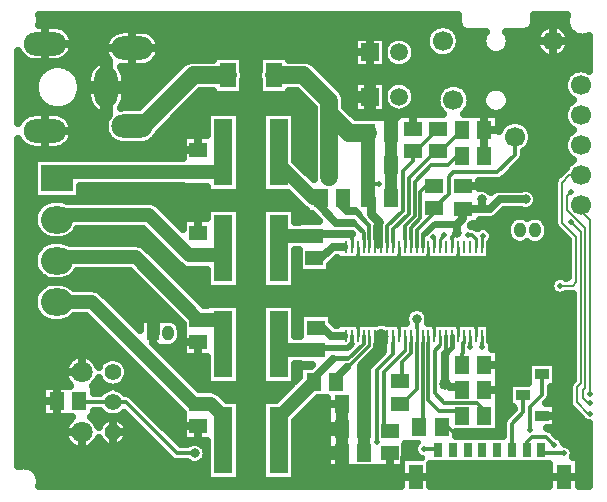
<source format=gbr>
G04 DipTrace 3.3.1.3*
G04 Bottom.gbr*
%MOIN*%
G04 #@! TF.FileFunction,Copper,L2,Bot*
G04 #@! TF.Part,Single*
G04 #@! TA.AperFunction,CopperBalancing*
%ADD13C,0.03937*%
G04 #@! TA.AperFunction,Conductor*
%ADD14C,0.012992*%
G04 #@! TA.AperFunction,CopperBalancing*
%ADD15C,0.025984*%
G04 #@! TA.AperFunction,Conductor*
%ADD16C,0.015748*%
%ADD17C,0.023622*%
G04 #@! TA.AperFunction,ViaPad*
%ADD18C,0.019685*%
G04 #@! TA.AperFunction,Conductor*
%ADD19C,0.01122*%
%ADD20C,0.007874*%
G04 #@! TA.AperFunction,CopperBalancing*
%ADD22C,0.047244*%
G04 #@! TA.AperFunction,Conductor*
%ADD23C,0.059055*%
G04 #@! TA.AperFunction,ViaPad*
%ADD24C,0.031496*%
G04 #@! TA.AperFunction,CopperBalancing*
%ADD26C,0.043307*%
%ADD27C,0.003937*%
%ADD28C,0.025*%
%ADD29C,0.017717*%
%ADD31R,0.059055X0.051181*%
%ADD32R,0.051181X0.059055*%
%ADD37R,0.055118X0.082677*%
G04 #@! TA.AperFunction,ComponentPad*
%ADD40O,0.137795X0.07874*%
%ADD41O,0.07874X0.137795*%
%ADD42O,0.141732X0.07874*%
%ADD43C,0.066929*%
%ADD44R,0.066929X0.066929*%
%ADD45R,0.05937X0.05937*%
%ADD46C,0.05937*%
%ADD47R,0.106299X0.090551*%
%ADD48O,0.106299X0.090551*%
%ADD49R,0.031496X0.047244*%
%ADD50R,0.051181X0.084646*%
G04 #@! TA.AperFunction,ComponentPad*
%ADD51R,0.03937X0.051181*%
%ADD52O,0.03937X0.051181*%
%ADD54R,0.062992X0.224409*%
%ADD63R,0.049213X0.035433*%
%ADD68R,0.01122X0.03937*%
%ADD69R,0.334646X0.137795*%
G04 #@! TA.AperFunction,ComponentPad*
%ADD74C,0.055118*%
%ADD75C,0.070866*%
G04 #@! TA.AperFunction,ViaPad*
%ADD78C,0.04*%
%FSLAX26Y26*%
G04*
G70*
G90*
G75*
G01*
G04 Bottom*
%LPD*%
X1852770Y928583D2*
D14*
Y869676D1*
D15*
X1849551Y866457D1*
Y771969D1*
X1865299Y756220D1*
X1892858D1*
X1900732Y748346D1*
X1904669D1*
X1849551Y768031D2*
D14*
Y771969D1*
X1872455Y928583D2*
D16*
Y889361D1*
X1852770Y869676D1*
X741283Y706614D2*
D14*
X784984D1*
X955850Y535748D1*
X1014906D1*
X741283Y706614D2*
X631441D1*
X629079Y708976D1*
X2117268Y1382205D2*
D15*
X2030654D1*
X1999157Y1350709D1*
X1966955D1*
X1908606D1*
Y1319213D1*
X1888921Y1299528D1*
D17*
X1814118D1*
D18*
X1782622Y1268031D1*
X1778685D1*
D14*
X1774030Y1263377D1*
Y1223858D1*
X1888921Y1271969D2*
D15*
Y1299528D1*
X1904669Y1315276D1*
Y1346772D1*
X1908606Y1350709D1*
X1971598Y1382205D2*
Y1355352D1*
D14*
X1966955Y1350709D1*
X1872455Y1223858D2*
D19*
Y1250039D1*
D14*
Y1255503D1*
X1888921Y1271969D1*
X1810181Y1256220D2*
X1813400Y1253001D1*
D19*
Y1223858D1*
X1845614Y1264094D2*
X1833085Y1251566D1*
Y1223858D1*
X1695290D2*
Y1197677D1*
D14*
Y1174261D1*
X1793715Y1223858D2*
D19*
Y1197677D1*
D14*
Y1174261D1*
X1892140Y1223858D2*
D19*
Y1197677D1*
D14*
Y1174261D1*
X1667937Y1604213D2*
D13*
Y1495630D1*
Y1386375D1*
X1668140D1*
X1695290Y1197677D2*
D14*
Y1125433D1*
X1744503Y1076220D1*
X1793715Y1197677D2*
Y1125433D1*
X1744503Y1076220D1*
X1892140Y1197677D2*
Y1154576D1*
X1813785Y1076220D1*
X1744503D1*
X1505585Y699046D2*
D13*
Y618720D1*
Y538395D1*
X1505381D1*
X1557495Y1223858D2*
D19*
Y1197677D1*
D14*
Y1186072D1*
X1585772Y1157795D1*
X1662928D1*
X1744503Y1076220D1*
X1557495Y928583D2*
D19*
Y954764D1*
D14*
Y1004970D1*
X1628745Y1076220D1*
X1744503D1*
X1813400Y928583D2*
D19*
Y954764D1*
D14*
Y1007323D1*
X1744503Y1076220D1*
X1892140Y928583D2*
D19*
Y954764D1*
D14*
Y1027156D1*
X1843076Y1076220D1*
X1744503D1*
X1951196Y928583D2*
D19*
Y954764D1*
D14*
Y1056151D1*
X1931126Y1076220D1*
X1744503D1*
X1979472Y1527874D2*
D15*
Y1614488D1*
X875732Y935945D2*
Y902283D1*
X921402Y856614D1*
X1026717D1*
Y905827D1*
X1837740Y622362D2*
D14*
X1860378D1*
X1883016Y599724D1*
X2027701D1*
X2046402Y618425D1*
Y842835D1*
X2070024Y866457D1*
X1695290Y928583D2*
D19*
Y954764D1*
D14*
Y1027008D1*
X1744503Y1076220D1*
X1593134Y1495630D2*
D22*
Y1604213D1*
Y1495630D2*
Y1386375D1*
X1593337D1*
X1463724Y1457008D2*
D23*
Y1669606D1*
Y1708976D1*
X1377110Y1795591D1*
X1278685D1*
X1616550Y1223858D2*
D19*
Y1250039D1*
D14*
Y1294873D1*
X1629079Y1307402D1*
D24*
X1601520Y1334961D1*
Y1386375D1*
X1593337D1*
X1636235Y1223858D2*
D19*
Y1250039D1*
D14*
Y1300245D1*
X1629079Y1307402D1*
X1625142Y1224724D2*
X1629079Y1307402D1*
X1593134Y1604213D2*
D23*
X1529118D1*
X1463724Y1669606D1*
X1580184Y538395D2*
D13*
Y618720D1*
X1580388D1*
Y699046D2*
D22*
Y618720D1*
X1655920Y928583D2*
D19*
X1636235D1*
X1616550D1*
X1636235D2*
D22*
X1633016Y878268D1*
X1580388Y825640D1*
Y699046D1*
D14*
D3*
X1629079Y1433386D2*
X1605457D1*
Y1398495D1*
X1593337Y1386375D1*
X1754345Y1223858D2*
Y1279125D1*
X1812596Y1337375D1*
Y1352808D1*
X1861362Y1401575D1*
Y1457008D1*
X1877110Y1472756D1*
X2022780D1*
X2081835Y1531811D1*
Y1590866D1*
X1714975Y1223858D2*
D19*
Y1250039D1*
D14*
Y1294873D1*
X1747189Y1327087D1*
Y1441260D1*
X1802307Y1496378D1*
X1857425D1*
X1904669Y1543622D1*
Y1527874D1*
X1734660Y1223858D2*
D19*
Y1250039D1*
D14*
Y1286999D1*
X1766874Y1319213D1*
Y1405827D1*
X1786559Y1425512D1*
X1812596D1*
Y1427612D1*
X1754345Y928583D2*
D19*
Y902402D1*
D14*
Y751566D1*
X1703882Y701102D1*
X1699945D1*
X1754345Y928583D2*
D19*
Y954764D1*
D14*
Y983849D1*
X1755063Y984567D1*
X1714975Y928583D2*
D19*
Y877550D1*
D14*
X1644827Y807402D1*
Y610551D1*
X1664512D1*
X1833085Y928583D2*
D19*
Y897235D1*
D14*
X1814118Y878268D1*
Y736535D1*
X1845614Y705039D1*
X1955850D1*
X1975535Y685354D1*
X1979983Y660366D1*
X1793715Y928583D2*
D19*
Y902402D1*
D14*
Y713631D1*
X1829866Y677480D1*
X1905180D1*
Y660366D1*
X1904975Y831243D2*
Y866151D1*
X1908606Y869782D1*
Y902402D1*
D19*
X1911825D1*
Y928583D1*
X1774030D2*
Y902402D1*
D14*
Y646702D1*
X1762937Y635609D1*
Y622362D1*
X1411864Y773811D2*
D22*
X1294433Y656381D1*
Y579055D1*
X1577180Y928583D2*
D14*
Y901172D1*
X1524827Y848819D1*
X1474370D1*
D15*
X1411864Y786312D1*
D14*
Y773811D1*
X1522780Y823150D2*
D15*
X1486667Y787037D1*
D14*
Y773811D1*
X1596865Y928583D2*
D19*
Y893298D1*
D14*
X1486667Y783100D1*
Y773811D1*
X1518125Y928583D2*
D19*
X1511874D1*
D15*
X1469614D1*
X1443117Y955080D1*
D14*
X1419738D1*
X1577180Y1223858D2*
D19*
Y1250039D1*
D14*
Y1271064D1*
X1543127Y1305117D1*
D15*
X1486871D1*
X1430615Y1361373D1*
D14*
Y1383129D1*
X1433862Y1386375D1*
D22*
X1408373D1*
X1294433Y1500315D1*
Y1539395D1*
X1508665Y1386375D2*
D14*
X1499157D1*
Y1366457D1*
D15*
X1522993Y1342621D1*
X1549378D1*
D14*
X1596865Y1295134D1*
Y1250039D1*
D19*
Y1223858D1*
X1537810D2*
Y1250039D1*
D14*
Y1267613D1*
D15*
X1419738D1*
D14*
X1413487Y1261362D1*
D22*
X1294433D1*
Y1219282D1*
X1413487Y1186559D2*
D15*
X1437071D1*
X1474370Y1223858D1*
X1510969D1*
D19*
X1518125D1*
X1109394Y579055D2*
D22*
Y659764D1*
X1068055Y701102D1*
X1026717D1*
X1010969D1*
X672386Y1039685D1*
X554276D1*
X1109394Y899168D2*
Y980630D1*
X1026717D1*
X818055Y1189291D1*
X581835D1*
X570024Y1177480D1*
X554276D1*
X1109394Y1539395D2*
Y1472756D1*
X1026717D1*
X589709D1*
D14*
Y1484567D1*
X554276D1*
Y1453071D1*
X1109394Y1219282D2*
D22*
Y1197165D1*
X1026717D1*
X995220D1*
X861362Y1331024D1*
X554276D1*
Y1315276D1*
X1675605Y1223858D2*
D19*
Y1240472D1*
D14*
Y1283062D1*
X1727504Y1334961D1*
Y1453071D1*
X1818055Y1543622D1*
X1825929D1*
X1833803D1*
X1904669Y1614488D1*
X1825929Y1618425D2*
X1751126Y1543622D1*
X1743252D1*
X1655920Y1223858D2*
D19*
Y1240472D1*
D14*
Y1292896D1*
X1707819Y1344795D1*
Y1476693D1*
X1743252Y1512126D1*
Y1543622D1*
X1924354Y1264094D2*
X1937140D1*
X1951196Y1250039D1*
D19*
Y1223858D1*
X1971598Y890079D2*
D14*
Y901684D1*
X1970881Y902402D1*
D19*
Y928583D1*
Y1223858D2*
Y1260157D1*
X1975535D1*
X1125147Y1795591D2*
D23*
X1010969D1*
X841677Y1626299D1*
X806244D1*
X1734660Y928583D2*
D19*
Y902402D1*
D14*
Y869676D1*
X1703882Y838898D1*
Y779843D1*
X1699945Y775906D1*
X2232425Y1094803D2*
D20*
X2274748D1*
X2286559Y1106614D1*
Y1257205D1*
X2239315Y1304449D1*
Y1438307D1*
X2263528Y1462520D1*
X2302307D1*
X2212740Y563307D2*
D14*
X2185181Y590866D1*
X2137937D1*
X2121205Y574134D1*
Y547559D1*
X2331835Y668622D2*
D20*
X2325929D1*
X2288528Y706024D1*
Y756220D1*
X2301323Y769016D1*
Y1272953D1*
X2267858Y1306417D1*
X2132031Y615472D2*
D14*
Y691260D1*
X2172386Y731614D1*
Y799528D1*
X2331835Y734567D2*
D20*
Y1313307D1*
X2302307Y1342835D1*
Y1362520D1*
X1932228Y890079D2*
D14*
Y901684D1*
X1931510Y902402D1*
D19*
Y928583D1*
X1537810D2*
D14*
Y899757D1*
D18*
X1524375Y886323D1*
X1419738D1*
Y880277D1*
D22*
X1313324D1*
X1294433Y899168D1*
X1778685Y551496D2*
D14*
X1821992D1*
X1825929Y547559D1*
X1877110Y535748D2*
Y545591D1*
X1875142Y547559D1*
X1924354Y535748D2*
Y547559D1*
X1975535Y535748D2*
Y545591D1*
X1973567Y547559D1*
X2022780Y535748D2*
Y547559D1*
X1621205Y575118D2*
Y813307D1*
X1676323Y868425D1*
Y901684D1*
X1675605Y902402D1*
D19*
Y928583D1*
X2109394Y730631D2*
D14*
Y672559D1*
X2071992Y635157D1*
Y547559D1*
X2245220Y535748D2*
Y536732D1*
X2181244D1*
X2170417Y547559D1*
X2331835Y703071D2*
D20*
X2326913D1*
X2309197Y720787D1*
Y747362D1*
X2317071Y755236D1*
Y1285748D1*
X2256047Y1346772D1*
Y1393031D1*
X2268843Y1405827D1*
D13*
X1463724Y1457008D3*
D78*
X1849551Y768031D3*
X2321992Y594803D3*
D18*
X1975535Y1260157D3*
X1971598Y890079D3*
X1924354Y1264094D3*
X1932228Y890079D3*
X1845614Y1264094D3*
X1810181Y1256220D3*
X2331835Y734567D3*
Y703071D3*
Y668622D3*
X2267858Y1306417D3*
X2268843Y1405827D3*
D13*
X1633016Y878268D3*
D24*
X1755063Y984567D3*
D78*
X1814118Y1043622D3*
D24*
X2117268Y1382205D3*
D18*
X1629079Y1433386D3*
D24*
X1971598Y1382205D3*
D78*
X2290496Y565276D3*
D24*
X1888921Y1271969D3*
D78*
X1207819Y697165D3*
X2188134Y1075118D3*
X1680260D3*
D24*
X1014906Y535748D3*
D78*
X1566087Y1075118D3*
X1947976D3*
X2188134Y866457D3*
X877110Y468819D3*
D24*
X1199945Y1468819D3*
D78*
X660575Y1111535D3*
D24*
X1231441Y1421575D3*
D78*
X1207819Y468819D3*
Y778530D3*
X660575Y1396969D3*
Y1539685D3*
Y968819D3*
D18*
X2132031Y615472D3*
X1081835Y1722756D3*
D78*
X660575Y1254252D3*
X1270811Y1966850D3*
D18*
X1109394Y1722756D3*
D24*
X1172386Y1421575D3*
X1207819Y980630D3*
D18*
X1778685Y551496D3*
X1877110Y535748D3*
X1924354D3*
X1975535D3*
D78*
X1434197Y689291D3*
D18*
X2022780Y535748D3*
D78*
X1434197Y590866D3*
D18*
X1066087Y1870394D3*
D78*
X1727504Y1966850D3*
D18*
X1109394Y1870394D3*
D78*
X2070024Y1075118D3*
Y866457D3*
D18*
X1621205Y575118D3*
X1081835Y1677480D3*
X1109394D3*
X1095614Y1699134D3*
X1066087Y1911732D3*
X1109394D3*
X1087740Y1892047D3*
X2245220Y535748D3*
X2212740Y563307D3*
X2232425Y1094803D3*
X1476736Y855546D2*
D27*
X1528260D1*
X1476736Y851740D2*
X1528260D1*
X1528650Y859352D2*
X1476346D1*
X1476339Y850793D1*
X1528650Y850787D1*
X1528657Y859346D1*
X500487Y1970820D2*
D28*
X1889803D1*
X2147858D2*
X2249219D1*
X593499Y1945951D2*
X755396D1*
X857068D2*
X1795392D1*
X1887949D2*
X1904731D1*
X2132966D2*
X2161554D1*
X608606Y1921083D2*
X722168D1*
X890333D2*
X1542085D1*
X1653087D2*
X1672596D1*
X1719401D2*
X1783514D1*
X1899827D2*
X1971655D1*
X2066042D2*
X2149676D1*
X2265953D2*
X2327841D1*
X611333Y1896214D2*
X712335D1*
X900165D2*
X1542085D1*
X1745848D2*
X1784016D1*
X1899324D2*
X1972301D1*
X2065396D2*
X2150179D1*
X2265487D2*
X2327841D1*
X603654Y1871345D2*
X713304D1*
X899196D2*
X1542085D1*
X1751517D2*
X1797365D1*
X1886011D2*
X1990853D1*
X2046808D2*
X2163492D1*
X2252138D2*
X2327841D1*
X428719Y1846476D2*
X451565D1*
X578248D2*
X701534D1*
X886816D2*
X994170D1*
X1178519D2*
X1225300D1*
X1393896D2*
X1542085D1*
X1744771D2*
X2327841D1*
X428719Y1821608D2*
X513932D1*
X602470D2*
X665686D1*
X773566D2*
X959721D1*
X1178519D2*
X1225300D1*
X1428345D2*
X1542085D1*
X1653087D2*
X1678194D1*
X1713803D2*
X2327841D1*
X428719Y1796739D2*
X489530D1*
X626871D2*
X655387D1*
X783865D2*
X934853D1*
X1180492D2*
X1223326D1*
X1453212D2*
X2254494D1*
X428719Y1771870D2*
X479698D1*
X636703D2*
X654418D1*
X784833D2*
X909985D1*
X1178519D2*
X1225300D1*
X1478080D2*
X1542085D1*
X1653087D2*
X1669259D1*
X1722738D2*
X2243801D1*
X428719Y1747001D2*
X478657D1*
X637744D2*
X654418D1*
X784833D2*
X885118D1*
X1178519D2*
X1225300D1*
X1502948D2*
X1542085D1*
X1746601D2*
X1829195D1*
X1925018D2*
X1985327D1*
X2052371D2*
X2245164D1*
X428719Y1722133D2*
X486014D1*
X630424D2*
X654598D1*
X784654D2*
X860250D1*
X1014743D2*
X1373322D1*
X1517409D2*
X1542085D1*
X1751446D2*
X1818573D1*
X1935639D2*
X1971188D1*
X2066509D2*
X2259877D1*
X428719Y1697264D2*
X505283D1*
X611154D2*
X661774D1*
X777477D2*
X835382D1*
X989876D2*
X1398190D1*
X1519096D2*
X1542085D1*
X1743838D2*
X1820008D1*
X1934204D2*
X1972983D1*
X2064715D2*
X2254889D1*
X428719Y1672395D2*
X470619D1*
X559194D2*
X685781D1*
X965008D2*
X1052087D1*
X1166713D2*
X1237106D1*
X1351768D2*
X1408381D1*
X1653087D2*
X1685012D1*
X1706985D2*
X1834828D1*
X1919420D2*
X1994370D1*
X2043328D2*
X2243872D1*
X599527Y1647526D2*
X715206D1*
X940140D2*
X1052087D1*
X1166713D2*
X1237106D1*
X1351768D2*
X1408381D1*
X2030876D2*
X2075468D1*
X2088197D2*
X2245021D1*
X610436Y1622657D2*
X711618D1*
X915272D2*
X1052087D1*
X1166713D2*
X1237106D1*
X1351768D2*
X1408381D1*
X2131387D2*
X2259374D1*
X610293Y1597789D2*
X718364D1*
X894101D2*
X1052087D1*
X1166713D2*
X1237106D1*
X1351768D2*
X1408381D1*
X2140717D2*
X2255283D1*
X599061Y1572920D2*
X741330D1*
X871171D2*
X971347D1*
X1166713D2*
X1237106D1*
X1351768D2*
X1408381D1*
X2138205D2*
X2243980D1*
X428719Y1548051D2*
X475930D1*
X553883D2*
X971347D1*
X1166713D2*
X1237106D1*
X1351768D2*
X1408381D1*
X2121663D2*
X2244877D1*
X428719Y1523182D2*
X971347D1*
X1166713D2*
X1237106D1*
X1351768D2*
X1408381D1*
X2112871D2*
X2258836D1*
X428719Y1498314D2*
X475284D1*
X1166713D2*
X1237106D1*
X1365332D2*
X1408381D1*
X2093027D2*
X2255714D1*
X428719Y1473445D2*
X475284D1*
X1166713D2*
X1237106D1*
X1390200D2*
X1408381D1*
X2068160D2*
X2233394D1*
X428719Y1448576D2*
X475284D1*
X1166713D2*
X1237106D1*
X2042754D2*
X2211577D1*
X428719Y1423707D2*
X475284D1*
X633259D2*
X1052087D1*
X1166713D2*
X1237106D1*
X1963952D2*
X2209567D1*
X428719Y1398839D2*
X475284D1*
X633259D2*
X1327031D1*
X2155143D2*
X2209567D1*
X428719Y1373970D2*
X508370D1*
X882833D2*
X1351899D1*
X2157978D2*
X2209567D1*
X428719Y1349101D2*
X484219D1*
X912186D2*
X1052087D1*
X1166713D2*
X1237106D1*
X1351768D2*
X1377341D1*
X2140538D2*
X2209567D1*
X428719Y1324232D2*
X475894D1*
X937054D2*
X1052087D1*
X1166713D2*
X1237106D1*
X1351768D2*
X1413907D1*
X2026534D2*
X2077047D1*
X2170465D2*
X2209567D1*
X428719Y1299364D2*
X477186D1*
X1166713D2*
X1237106D1*
X1941524D2*
X2055480D1*
X2192068D2*
X2210034D1*
X428719Y1274495D2*
X488741D1*
X619802D2*
X848982D1*
X1166713D2*
X1237106D1*
X2007946D2*
X2053256D1*
X2194292D2*
X2228227D1*
X428719Y1249626D2*
X523979D1*
X584564D2*
X873850D1*
X1166713D2*
X1237106D1*
X2009489D2*
X2060791D1*
X2186757D2*
X2253095D1*
X428719Y1224757D2*
X494195D1*
X851327D2*
X898718D1*
X1166713D2*
X1237106D1*
X2002312D2*
X2256791D1*
X428719Y1199888D2*
X479052D1*
X876338D2*
X923585D1*
X1166713D2*
X1237106D1*
X2002312D2*
X2256791D1*
X428719Y1175020D2*
X475356D1*
X901206D2*
X948453D1*
X1166713D2*
X1237106D1*
X1479408D2*
X2256791D1*
X428719Y1150151D2*
X480990D1*
X926074D2*
X971347D1*
X1166713D2*
X1237106D1*
X1468858D2*
X2256791D1*
X428719Y1125282D2*
X499398D1*
X609180D2*
X813170D1*
X950977D2*
X1052087D1*
X1166713D2*
X1237106D1*
X1351768D2*
X2216852D1*
X428719Y1100413D2*
X511994D1*
X596549D2*
X838038D1*
X975845D2*
X1052087D1*
X1166713D2*
X1237106D1*
X1351768D2*
X2197223D1*
X428719Y1075545D2*
X485404D1*
X705206D2*
X862905D1*
X1000713D2*
X2202928D1*
X428719Y1050676D2*
X476181D1*
X730289D2*
X887773D1*
X1025580D2*
X2271575D1*
X428719Y1025807D2*
X476720D1*
X755157D2*
X912641D1*
X1166713D2*
X1237106D1*
X1351768D2*
X2271575D1*
X428719Y1000938D2*
X487306D1*
X780025D2*
X937509D1*
X1166713D2*
X1237106D1*
X1351768D2*
X1364387D1*
X1475102D2*
X1717092D1*
X1793035D2*
X2271575D1*
X428719Y976070D2*
X518238D1*
X590341D2*
X667121D1*
X804893D2*
X830215D1*
X1166713D2*
X1237106D1*
X1351768D2*
X1364387D1*
X1475999D2*
X1714437D1*
X1795691D2*
X2271575D1*
X428719Y951201D2*
X691989D1*
X1166713D2*
X1237106D1*
X1351768D2*
X1364387D1*
X2002312D2*
X2271575D1*
X428719Y926332D2*
X716857D1*
X1166713D2*
X1237106D1*
X2002312D2*
X2271575D1*
X428719Y901463D2*
X741724D1*
X1166713D2*
X1237106D1*
X2005255D2*
X2271575D1*
X428719Y876594D2*
X766592D1*
X904364D2*
X971347D1*
X1166713D2*
X1237106D1*
X2031199D2*
X2271575D1*
X428719Y851726D2*
X597972D1*
X678293D2*
X715242D1*
X767322D2*
X791460D1*
X929231D2*
X1052087D1*
X1166713D2*
X1237106D1*
X2031199D2*
X2271575D1*
X428719Y826857D2*
X580461D1*
X790467D2*
X816328D1*
X954099D2*
X1052087D1*
X1166713D2*
X1237106D1*
X1351768D2*
X1398549D1*
X2031199D2*
X2121938D1*
X2222820D2*
X2271575D1*
X428719Y801988D2*
X577052D1*
X794450D2*
X841195D1*
X978967D2*
X1052087D1*
X1166713D2*
X1237106D1*
X2031199D2*
X2121938D1*
X2222820D2*
X2271575D1*
X428719Y777119D2*
X584803D1*
X785264D2*
X866063D1*
X1003835D2*
X1052087D1*
X1166713D2*
X1237106D1*
X2030876D2*
X2121938D1*
X2222820D2*
X2268381D1*
X428719Y752251D2*
X502843D1*
X680482D2*
X716283D1*
X766281D2*
X890931D1*
X1028702D2*
X1321398D1*
X2030876D2*
X2058961D1*
X2204699D2*
X2258764D1*
X428719Y727382D2*
X502843D1*
X808876D2*
X915799D1*
X1110662D2*
X1296530D1*
X2030876D2*
X2058961D1*
X2204412D2*
X2258764D1*
X428719Y702513D2*
X502843D1*
X833744D2*
X940666D1*
X1166713D2*
X1237106D1*
X1409469D2*
X1454169D1*
X2031414D2*
X2058961D1*
X2222820D2*
X2258980D1*
X428719Y677644D2*
X502843D1*
X858647D2*
X965534D1*
X1166713D2*
X1237106D1*
X1384602D2*
X1454169D1*
X2031414D2*
X2069798D1*
X2222820D2*
X2275845D1*
X428719Y652776D2*
X599264D1*
X677001D2*
X717359D1*
X765205D2*
X794151D1*
X883515D2*
X971347D1*
X1166713D2*
X1237106D1*
X1359734D2*
X1454169D1*
X2031414D2*
X2045433D1*
X2222820D2*
X2300210D1*
X428719Y627907D2*
X580856D1*
X790001D2*
X819019D1*
X908383D2*
X971347D1*
X1166713D2*
X1237106D1*
X1351768D2*
X1454169D1*
X2222820D2*
X2327841D1*
X428719Y603038D2*
X576980D1*
X794558D2*
X843887D1*
X933250D2*
X971347D1*
X1166713D2*
X1237106D1*
X1351768D2*
X1454169D1*
X1889169D2*
X2039655D1*
X2217689D2*
X2327841D1*
X428719Y578169D2*
X584229D1*
X785982D2*
X868754D1*
X958118D2*
X971347D1*
X1166713D2*
X1237106D1*
X1351768D2*
X1453954D1*
X2244889D2*
X2327841D1*
X428719Y553301D2*
X610927D1*
X665339D2*
X893622D1*
X1166713D2*
X1237106D1*
X1351768D2*
X1453954D1*
X2275857D2*
X2327841D1*
X428719Y528432D2*
X918490D1*
X1166713D2*
X1237106D1*
X1351768D2*
X1453954D1*
X2280056D2*
X2327841D1*
X428719Y503563D2*
X990258D1*
X1039575D2*
X1052087D1*
X1166713D2*
X1237106D1*
X1351768D2*
X1453954D1*
X2296634D2*
X2327841D1*
X486600Y478694D2*
X1052087D1*
X1166713D2*
X1237106D1*
X1351768D2*
X1699725D1*
X1802545D2*
X2193814D1*
X2296634D2*
X2327841D1*
X499913Y453825D2*
X1052087D1*
X1166713D2*
X1237106D1*
X1351768D2*
X1699725D1*
X1802545D2*
X2193814D1*
X2296634D2*
X2327841D1*
X499949Y428957D2*
X1699725D1*
X1802545D2*
X2193814D1*
X2296634D2*
X2327841D1*
X1692235Y1667342D2*
X1843228D1*
X1836953Y1672756D1*
X1831165Y1679532D1*
X1826509Y1687131D1*
X1823098Y1695364D1*
X1821018Y1704029D1*
X1820319Y1712913D1*
X1821018Y1721798D1*
X1823098Y1730463D1*
X1826509Y1738696D1*
X1831165Y1746294D1*
X1836953Y1753071D1*
X1843729Y1758859D1*
X1851328Y1763515D1*
X1859561Y1766925D1*
X1868226Y1769006D1*
X1877110Y1769705D1*
X1885994Y1769006D1*
X1894660Y1766925D1*
X1902893Y1763515D1*
X1910491Y1758859D1*
X1917268Y1753071D1*
X1923055Y1746294D1*
X1927712Y1738696D1*
X1931122Y1730463D1*
X1933202Y1721798D1*
X1933902Y1712913D1*
X1933202Y1704029D1*
X1931122Y1695364D1*
X1927712Y1687131D1*
X1923055Y1679532D1*
X1917268Y1672756D1*
X1910970Y1667346D1*
X2011632Y1667385D1*
X2004598Y1669074D1*
X1997915Y1671842D1*
X1991748Y1675621D1*
X1986248Y1680319D1*
X1981550Y1685819D1*
X1977771Y1691986D1*
X1975003Y1698669D1*
X1973314Y1705702D1*
X1972747Y1712913D1*
X1973314Y1720124D1*
X1975003Y1727158D1*
X1977771Y1733840D1*
X1981550Y1740008D1*
X1986248Y1745508D1*
X1991748Y1750206D1*
X1997915Y1753985D1*
X2004598Y1756753D1*
X2011632Y1758442D1*
X2018843Y1759009D1*
X2026053Y1758442D1*
X2033087Y1756753D1*
X2039770Y1753985D1*
X2045937Y1750206D1*
X2051437Y1745508D1*
X2056135Y1740008D1*
X2059914Y1733840D1*
X2062682Y1727158D1*
X2064371Y1720124D1*
X2064938Y1712913D1*
X2064371Y1705702D1*
X2062682Y1698669D1*
X2059914Y1691986D1*
X2056135Y1685819D1*
X2051437Y1680319D1*
X2045937Y1675621D1*
X2039770Y1671842D1*
X2033087Y1669074D1*
X2025702Y1667344D1*
X2028390Y1667342D1*
Y1610078D1*
X2031233Y1616649D1*
X2035889Y1624247D1*
X2041677Y1631024D1*
X2048454Y1636811D1*
X2056052Y1641468D1*
X2064285Y1644878D1*
X2072951Y1646958D1*
X2081835Y1647657D1*
X2090719Y1646958D1*
X2099384Y1644878D1*
X2107617Y1641468D1*
X2115216Y1636811D1*
X2121992Y1631024D1*
X2127780Y1624247D1*
X2132436Y1616649D1*
X2135846Y1608416D1*
X2137927Y1599750D1*
X2138626Y1590866D1*
X2137927Y1581982D1*
X2135846Y1573317D1*
X2132436Y1565083D1*
X2127780Y1557485D1*
X2121992Y1550709D1*
X2115216Y1544921D1*
X2111667Y1542550D1*
X2111566Y1529471D1*
X2110834Y1524849D1*
X2109387Y1520398D1*
X2107263Y1516229D1*
X2104512Y1512443D1*
X2050957Y1458757D1*
X2042148Y1450078D1*
X2038362Y1447328D1*
X2034192Y1445203D1*
X2029742Y1443757D1*
X2025119Y1443025D1*
X1961453Y1442933D1*
X1961461Y1419935D1*
X1968533Y1421159D1*
X1974664D1*
X1980720Y1420200D1*
X1986552Y1418305D1*
X1992015Y1415521D1*
X1996975Y1411917D1*
X2001311Y1407582D1*
X2002788Y1405709D1*
X2007066Y1409822D1*
X2011677Y1413172D1*
X2016755Y1415759D1*
X2022175Y1417520D1*
X2027804Y1418412D1*
X2076585Y1418524D1*
X2102888D1*
X2108146Y1420200D1*
X2114202Y1421159D1*
X2120333D1*
X2126390Y1420200D1*
X2132221Y1418305D1*
X2137684Y1415521D1*
X2142645Y1411917D1*
X2146980Y1407582D1*
X2150584Y1402621D1*
X2153368Y1397158D1*
X2155263Y1391327D1*
X2156222Y1385270D1*
Y1379139D1*
X2155263Y1373083D1*
X2153368Y1367251D1*
X2150584Y1361788D1*
X2146980Y1356828D1*
X2142645Y1352492D1*
X2137684Y1348888D1*
X2132221Y1346104D1*
X2126390Y1344210D1*
X2120333Y1343250D1*
X2114202D1*
X2108146Y1344210D1*
X2102910Y1345884D1*
X2045679Y1345886D1*
X2022745Y1323091D1*
X2018134Y1319742D1*
X2013056Y1317154D1*
X2007636Y1315393D1*
X2002007Y1314502D1*
X1966944Y1314390D1*
X1961461Y1307762D1*
Y1301791D1*
X1940469D1*
X1937989Y1297865D1*
X1936216Y1295617D1*
X1937048Y1294739D1*
X1939480Y1293826D1*
X1944102Y1293093D1*
X1948553Y1291647D1*
X1952723Y1289523D1*
X1954677Y1288216D1*
X1958205Y1288439D1*
X1962842Y1290802D1*
X1967792Y1292410D1*
X1972933Y1293225D1*
X1978138D1*
X1983279Y1292410D1*
X1988229Y1290802D1*
X1992866Y1288439D1*
X1997077Y1285380D1*
X2000758Y1281699D1*
X2003817Y1277488D1*
X2006180Y1272851D1*
X2007788Y1267901D1*
X2008602Y1262760D1*
Y1257555D1*
X2007788Y1252414D1*
X2006180Y1247464D1*
X2003817Y1242827D1*
X2000758Y1238616D1*
X1999811Y1237592D1*
X1999818Y1180846D1*
X1882889D1*
X1804148Y1180882D1*
X1686038Y1180846D1*
X1607298Y1180882D1*
X1548243D1*
X1489188Y1180846D1*
Y1187341D1*
X1466349Y1164474D1*
X1466341Y1137642D1*
X1360633D1*
Y1214418D1*
X1349290Y1214413D1*
X1349256Y1083751D1*
X1239610D1*
Y1354814D1*
X1349256D1*
Y1308344D1*
X1360639Y1308311D1*
X1360633Y1310279D1*
X1430356D1*
X1407096Y1333529D1*
X1384945Y1333521D1*
Y1345686D1*
X1380777Y1348393D1*
X1375175Y1353177D1*
X1324503Y1403849D1*
X1239610Y1403864D1*
Y1674927D1*
X1349256D1*
Y1511905D1*
X1411390Y1449753D1*
X1410870Y1457008D1*
Y1687082D1*
X1355228Y1742726D1*
X1329564Y1742736D1*
X1329571Y1730925D1*
X1227799D1*
Y1781271D1*
X1226481Y1787322D1*
X1225831Y1795591D1*
X1226481Y1803859D1*
X1227797Y1809723D1*
X1227799Y1860256D1*
X1329571D1*
Y1848450D1*
X1381257Y1848282D1*
X1389449Y1846985D1*
X1397337Y1844422D1*
X1404727Y1840656D1*
X1411436Y1835781D1*
X1433971Y1813477D1*
X1503915Y1743303D1*
X1508790Y1736593D1*
X1512555Y1729203D1*
X1515118Y1721315D1*
X1516416Y1713123D1*
X1516579Y1691501D1*
X1551009Y1657069D1*
X1690393Y1657067D1*
X1690398Y1667342D1*
X1692235D1*
X1456670Y646192D2*
X1456668Y720953D1*
X1425435Y720956D1*
X1349275Y644827D1*
X1349256Y443523D1*
X1239611D1*
Y714586D1*
X1286224D1*
X1335302Y763645D1*
X1239611Y763636D1*
Y1034699D1*
X1349256D1*
Y927226D1*
X1366899D1*
X1366883Y1003997D1*
X1472592D1*
Y976976D1*
X1484657Y964903D1*
X1489171Y964902D1*
X1489188Y971594D1*
X1617635Y971690D1*
X1624607Y974069D1*
X1631866Y975328D1*
X1639233Y975436D1*
X1646525Y974390D1*
X1653564Y972216D1*
X1654973Y971592D1*
X1718175Y971594D1*
X1716469Y978454D1*
X1715988Y984567D1*
X1716469Y990680D1*
X1717901Y996642D1*
X1720247Y1002307D1*
X1723451Y1007535D1*
X1727433Y1012197D1*
X1732095Y1016179D1*
X1737323Y1019383D1*
X1742988Y1021729D1*
X1748950Y1023161D1*
X1755063Y1023642D1*
X1761176Y1023161D1*
X1767138Y1021729D1*
X1772803Y1019383D1*
X1778031Y1016179D1*
X1782693Y1012197D1*
X1786675Y1007535D1*
X1789879Y1002307D1*
X1792225Y996642D1*
X1793657Y990680D1*
X1794138Y984567D1*
X1793657Y978454D1*
X1791898Y971604D1*
X1999818Y971594D1*
X1999962Y910899D1*
X2001055Y906340D1*
X2003851Y897822D1*
X2004665Y892681D1*
Y887476D1*
X2004352Y884097D1*
X2028696D1*
Y778388D1*
X2028387D1*
X2028390Y713220D1*
X2028901D1*
Y607512D1*
X1886671Y607511D1*
X1886657Y594513D1*
X2042160Y594508D1*
X2042261Y637497D1*
X2042993Y642120D1*
X2044439Y646570D1*
X2046564Y650740D1*
X2049315Y654526D1*
X2079551Y684893D1*
X2074650Y689588D1*
X2061461D1*
Y771674D1*
X2124438D1*
X2124453Y840571D1*
X2220319D1*
Y758484D1*
X2202198D1*
X2202117Y729274D1*
X2201385Y724652D1*
X2199939Y720201D1*
X2197814Y716032D1*
X2195063Y712246D1*
X2185735Y702787D1*
X2220319Y702775D1*
Y620689D1*
X2187521Y620597D1*
X2192143Y619865D1*
X2196594Y618419D1*
X2200763Y616294D1*
X2204549Y613544D1*
X2223549Y594674D1*
X2227799Y592861D1*
X2232237Y590142D1*
X2236194Y586761D1*
X2239575Y582804D1*
X2242294Y578366D1*
X2244286Y573557D1*
X2245416Y568925D1*
X2250409Y568509D1*
X2255470Y567294D1*
X2260279Y565302D1*
X2264717Y562583D1*
X2268675Y559202D1*
X2272055Y555244D1*
X2274775Y550807D1*
X2276766Y545998D1*
X2277981Y540937D1*
X2278390Y535748D1*
X2277981Y530559D1*
X2276766Y525498D1*
X2275775Y522861D1*
X2294138Y522854D1*
Y426204D1*
X2330311Y426201D1*
X2330335Y635501D1*
X2324091Y636369D1*
X2319141Y637978D1*
X2314504Y640341D1*
X2310293Y643400D1*
X2306613Y647080D1*
X2303553Y651291D1*
X2302149Y653850D1*
X2267796Y688317D1*
X2265281Y691778D1*
X2263339Y695590D1*
X2262017Y699659D1*
X2261348Y703885D1*
X2261264Y756220D1*
X2261599Y760485D1*
X2262598Y764645D1*
X2264235Y768598D1*
X2266471Y772246D1*
X2269249Y775499D1*
X2274057Y780307D1*
X2274059Y1067536D1*
X2251316Y1067539D1*
X2247484Y1065249D1*
X2242675Y1063257D1*
X2237614Y1062042D1*
X2232425Y1061634D1*
X2227236Y1062042D1*
X2222175Y1063257D1*
X2217367Y1065249D1*
X2212929Y1067969D1*
X2208971Y1071349D1*
X2205591Y1075307D1*
X2202871Y1079745D1*
X2200879Y1084553D1*
X2199664Y1089614D1*
X2199256Y1094803D1*
X2199664Y1099992D1*
X2200879Y1105053D1*
X2202871Y1109862D1*
X2205591Y1114300D1*
X2208971Y1118257D1*
X2212929Y1121638D1*
X2217367Y1124357D1*
X2222175Y1126349D1*
X2227236Y1127564D1*
X2232425Y1127972D1*
X2237614Y1127564D1*
X2242675Y1126349D1*
X2247484Y1124357D1*
X2251287Y1122062D1*
X2259295Y1124987D1*
Y1245881D1*
X2218583Y1286742D1*
X2216069Y1290203D1*
X2214126Y1294015D1*
X2212804Y1298084D1*
X2212135Y1302310D1*
X2212051Y1405499D1*
X2212135Y1440446D1*
X2212804Y1444672D1*
X2214126Y1448741D1*
X2216069Y1452552D1*
X2218583Y1456014D1*
X2244249Y1481798D1*
X2247502Y1484577D1*
X2249289Y1485770D1*
X2251706Y1488302D1*
X2256362Y1495901D1*
X2262150Y1502677D1*
X2268926Y1508465D1*
X2275415Y1512500D1*
X2268926Y1516575D1*
X2262150Y1522362D1*
X2256362Y1529139D1*
X2251706Y1536737D1*
X2248295Y1544970D1*
X2246215Y1553636D1*
X2245516Y1562520D1*
X2246215Y1571404D1*
X2248295Y1580069D1*
X2251706Y1588302D1*
X2256362Y1595901D1*
X2262150Y1602677D1*
X2268926Y1608465D1*
X2275415Y1612500D1*
X2268926Y1616575D1*
X2262150Y1622362D1*
X2256362Y1629139D1*
X2251706Y1636737D1*
X2248295Y1644970D1*
X2246215Y1653636D1*
X2245516Y1662520D1*
X2246215Y1671404D1*
X2248295Y1680069D1*
X2251706Y1688302D1*
X2256362Y1695901D1*
X2262150Y1702677D1*
X2268926Y1708465D1*
X2275415Y1712500D1*
X2268926Y1716575D1*
X2262150Y1722362D1*
X2256362Y1729139D1*
X2251706Y1736737D1*
X2248295Y1744970D1*
X2246215Y1753636D1*
X2245516Y1762520D1*
X2246215Y1771404D1*
X2248295Y1780069D1*
X2251706Y1788302D1*
X2256362Y1795901D1*
X2262150Y1802677D1*
X2268926Y1808465D1*
X2276524Y1813121D1*
X2284758Y1816531D1*
X2293423Y1818612D1*
X2302307Y1819311D1*
X2311191Y1818612D1*
X2319857Y1816531D1*
X2328090Y1813121D1*
X2330324Y1811870D1*
X2330335Y1927475D1*
X2323185Y1924553D1*
X2314820Y1922545D1*
X2306244Y1921870D1*
X2297668Y1922545D1*
X2289303Y1924553D1*
X2281355Y1927845D1*
X2274020Y1932340D1*
X2267478Y1937927D1*
X2261891Y1944469D1*
X2257397Y1951804D1*
X2254104Y1959752D1*
X2252096Y1968117D1*
X2251421Y1976693D1*
X2252096Y1985269D1*
X2254104Y1993634D1*
X2254867Y1995701D1*
X2145508Y1995689D1*
X2145429Y1971286D1*
X2143245Y1960898D1*
X2141912Y1958280D1*
X2136429Y1950350D1*
X2134194Y1948441D1*
X2126097Y1943218D1*
X2123303Y1942310D1*
X2113331Y1940571D1*
X2053153D1*
X2058146Y1933849D1*
X2061429Y1927404D1*
X2063665Y1920525D1*
X2064796Y1913380D1*
Y1906147D1*
X2063665Y1899003D1*
X2061429Y1892124D1*
X2058146Y1885679D1*
X2053894Y1879827D1*
X2048779Y1874712D1*
X2042928Y1870461D1*
X2036483Y1867177D1*
X2029603Y1864942D1*
X2022459Y1863810D1*
X2015226D1*
X2008082Y1864942D1*
X2001202Y1867177D1*
X1994758Y1870461D1*
X1988906Y1874712D1*
X1983791Y1879827D1*
X1979539Y1885679D1*
X1976256Y1892124D1*
X1974020Y1899003D1*
X1972889Y1906147D1*
Y1913380D1*
X1974020Y1920525D1*
X1976256Y1927404D1*
X1979539Y1933849D1*
X1983791Y1939701D1*
X1984588Y1940562D1*
X1922885Y1940657D1*
X1912495Y1942842D1*
X1909873Y1944179D1*
X1901948Y1949658D1*
X1900040Y1951893D1*
X1894816Y1959989D1*
X1893908Y1962784D1*
X1892169Y1972756D1*
Y1995686D1*
X496753Y1995689D1*
X498187Y1989206D1*
X498862Y1980630D1*
X498187Y1972054D1*
X496430Y1964579D1*
X550422Y1964458D1*
X557712Y1963558D1*
X564846Y1961812D1*
X571727Y1959244D1*
X578261Y1955889D1*
X584357Y1951792D1*
X589933Y1947011D1*
X594911Y1941611D1*
X599223Y1935665D1*
X602811Y1929256D1*
X605624Y1922471D1*
X607625Y1915404D1*
X608785Y1908151D1*
X609072Y1900053D1*
X608427Y1892736D1*
X606931Y1885545D1*
X604604Y1878579D1*
X601478Y1871932D1*
X597597Y1865697D1*
X593013Y1859958D1*
X587789Y1854794D1*
X581997Y1850277D1*
X575717Y1846469D1*
X569035Y1843421D1*
X562041Y1841175D1*
X554834Y1839763D1*
X547510Y1839203D1*
X479010Y1839347D1*
X471726Y1840291D1*
X464602Y1842080D1*
X457737Y1844690D1*
X451223Y1848085D1*
X445152Y1852218D1*
X439606Y1857033D1*
X434660Y1862464D1*
X430384Y1868435D1*
X426835Y1874866D1*
X426203Y1876242D1*
X426201Y1636178D1*
X429982Y1643360D1*
X434186Y1649383D1*
X439065Y1654873D1*
X444553Y1659755D1*
X450574Y1663962D1*
X457045Y1667435D1*
X463879Y1670128D1*
X470980Y1672004D1*
X478252Y1673036D1*
X488922Y1673248D1*
X550422Y1673119D1*
X557712Y1672219D1*
X564846Y1670474D1*
X571727Y1667905D1*
X578261Y1664550D1*
X584357Y1660454D1*
X589933Y1655672D1*
X594911Y1650272D1*
X599223Y1644326D1*
X602811Y1637917D1*
X605624Y1631132D1*
X607625Y1624065D1*
X608785Y1616813D1*
X609072Y1608714D1*
X608427Y1601398D1*
X606931Y1594207D1*
X604604Y1587240D1*
X601478Y1580594D1*
X597597Y1574358D1*
X593013Y1568619D1*
X587789Y1563456D1*
X581997Y1558939D1*
X575717Y1555130D1*
X569035Y1552082D1*
X562041Y1549836D1*
X554834Y1548424D1*
X547510Y1547864D1*
X479010Y1548009D1*
X471726Y1548953D1*
X464602Y1550742D1*
X457737Y1553351D1*
X451223Y1556746D1*
X445152Y1560880D1*
X439606Y1565695D1*
X434660Y1571125D1*
X430384Y1577097D1*
X426835Y1583528D1*
X426203Y1584903D1*
X426201Y493123D1*
X435463Y495408D1*
X444039Y496083D1*
X452616Y495408D1*
X460981Y493399D1*
X468928Y490107D1*
X476263Y485612D1*
X482805Y480025D1*
X488392Y473484D1*
X492887Y466149D1*
X496179Y458201D1*
X498187Y449836D1*
X498862Y441260D1*
X498187Y432684D1*
X496713Y426212D1*
X1702194Y426201D1*
X1702209Y486828D1*
X1629098Y486831D1*
X1629101Y485540D1*
X1456463D1*
X1456668Y600774D1*
Y646196D1*
X1405525Y831359D2*
X1366883D1*
Y833333D1*
X1349225Y833328D1*
X1349256Y777589D1*
X1362959Y791303D1*
X1362946Y826665D1*
X1400876D1*
X1054574Y856909D2*
X973863D1*
X973862Y967059D1*
X798621Y1142329D1*
X621087Y1142342D1*
X617650Y1137157D1*
X610659Y1128971D1*
X602473Y1121980D1*
X593294Y1116355D1*
X583349Y1112236D1*
X572881Y1109723D1*
X562150Y1108878D1*
X541019Y1109089D1*
X530387Y1110773D1*
X520149Y1114100D1*
X510557Y1118987D1*
X501848Y1125315D1*
X494236Y1132927D1*
X487908Y1141636D1*
X483021Y1151227D1*
X479695Y1161465D1*
X478011Y1172098D1*
Y1182863D1*
X479695Y1193495D1*
X483021Y1203733D1*
X487908Y1213325D1*
X494236Y1222034D1*
X501848Y1229646D1*
X510557Y1235973D1*
X520149Y1240861D1*
X530387Y1244187D1*
X541019Y1245871D1*
X562150Y1246083D1*
X567532Y1245871D1*
X578165Y1244187D1*
X588403Y1240861D1*
X597535Y1236230D1*
X821739Y1236096D1*
X829015Y1234943D1*
X836022Y1232666D1*
X842586Y1229322D1*
X848546Y1224992D1*
X870740Y1203002D1*
X1044171Y1029571D1*
X1054566Y1029547D1*
X1054571Y1034699D1*
X1164217D1*
Y763636D1*
X1054571D1*
Y856899D1*
X1054574Y577382D2*
X973862D1*
Y671808D1*
X652959Y992716D1*
X612136Y992736D1*
X606703Y987519D1*
X597994Y981192D1*
X588403Y976305D1*
X578165Y972978D1*
X567532Y971294D1*
X546402Y971083D1*
X541019Y971294D1*
X530387Y972978D1*
X520149Y976305D1*
X510557Y981192D1*
X501848Y987519D1*
X494236Y995131D1*
X487908Y1003840D1*
X483021Y1013432D1*
X479695Y1023670D1*
X478011Y1034303D1*
Y1045068D1*
X479695Y1055700D1*
X483021Y1065938D1*
X487908Y1075530D1*
X494236Y1084239D1*
X501848Y1091851D1*
X510557Y1098178D1*
X520149Y1103065D1*
X530387Y1106392D1*
X541019Y1108076D1*
X562150Y1108287D1*
X572881Y1107443D1*
X583349Y1104930D1*
X593294Y1100810D1*
X602473Y1095186D1*
X610659Y1088194D1*
X612101Y1086634D1*
X676069Y1086489D1*
X683346Y1085337D1*
X690352Y1083060D1*
X696917Y1079716D1*
X702877Y1075385D1*
X725071Y1053396D1*
X832721Y945820D1*
Y984862D1*
X918744D1*
Y984295D1*
X925732Y984862D1*
X932461Y984333D1*
X939024Y982757D1*
X945259Y980174D1*
X951014Y976648D1*
X956146Y972264D1*
X960530Y967132D1*
X964056Y961377D1*
X966639Y955142D1*
X968215Y948579D1*
X968744Y941850D1*
X968612Y926665D1*
X967556Y919998D1*
X965470Y913579D1*
X962406Y907566D1*
X958439Y902105D1*
X953666Y897333D1*
X948206Y893366D1*
X942192Y890302D1*
X935773Y888216D1*
X929107Y887160D1*
X922358D1*
X918744Y887487D1*
Y887027D1*
X891436D1*
X1028467Y749999D1*
X1079571Y750020D1*
Y746611D1*
X1086022Y744477D1*
X1092586Y741133D1*
X1098546Y736803D1*
X1120969Y714585D1*
X1164217Y714586D1*
Y443523D1*
X1054571D1*
Y577407D1*
X975700Y1596476D2*
X1054566D1*
X1054571Y1674926D1*
X1164217D1*
Y1403864D1*
X1054571D1*
Y1423851D1*
X973862Y1423839D1*
Y1425812D1*
X630735Y1425807D1*
X630752Y1384468D1*
X477800D1*
Y1521673D1*
X630752D1*
Y1519699D1*
X973849Y1519705D1*
X973862Y1596476D1*
X975700D1*
Y1320886D2*
X1054566D1*
X1054571Y1354814D1*
X1164217D1*
Y1083751D1*
X1054571D1*
Y1148234D1*
X973862Y1148248D1*
Y1155389D1*
X967625Y1159183D1*
X962023Y1163968D1*
X841928Y1284062D1*
X623271Y1284075D1*
X617650Y1274952D1*
X610659Y1266766D1*
X602473Y1259775D1*
X593294Y1254150D1*
X583349Y1250031D1*
X572881Y1247518D1*
X562150Y1246673D1*
X541019Y1246885D1*
X530387Y1248569D1*
X520149Y1251895D1*
X510557Y1256782D1*
X501848Y1263110D1*
X494236Y1270722D1*
X487908Y1279431D1*
X483021Y1289023D1*
X479695Y1299261D1*
X478011Y1309893D1*
Y1320658D1*
X479695Y1331290D1*
X483021Y1341529D1*
X487908Y1351120D1*
X494236Y1359829D1*
X501848Y1367441D1*
X510557Y1373769D1*
X520149Y1378656D1*
X530387Y1381982D1*
X541019Y1383666D1*
X562150Y1383878D1*
X572881Y1383033D1*
X583349Y1380520D1*
X589874Y1377978D1*
X865046Y1377828D1*
X872322Y1376675D1*
X879329Y1374399D1*
X885893Y1371054D1*
X891853Y1366724D1*
X914047Y1344734D1*
X973854Y1284928D1*
X973862Y1320886D1*
X975700D1*
X589348Y761831D2*
X600077D1*
X594505Y767254D1*
X589935Y773004D1*
X586119Y779279D1*
X583116Y785981D1*
X580972Y793006D1*
X579721Y800242D1*
X579382Y807579D1*
X579961Y814900D1*
X581449Y822092D1*
X583823Y829042D1*
X587045Y835642D1*
X591065Y841789D1*
X595820Y847385D1*
X601237Y852345D1*
X607230Y856591D1*
X613705Y860055D1*
X620563Y862685D1*
X627695Y864439D1*
X634989Y865290D1*
X642333Y865224D1*
X649612Y864242D1*
X656711Y862360D1*
X663520Y859607D1*
X669932Y856027D1*
X675848Y851674D1*
X681174Y846618D1*
X685828Y840936D1*
X689737Y834718D1*
X692840Y828062D1*
X693891Y825138D1*
X695944Y829716D1*
X700116Y836524D1*
X705302Y842596D1*
X711374Y847782D1*
X718182Y851954D1*
X725559Y855009D1*
X733323Y856874D1*
X741283Y857500D1*
X749244Y856874D1*
X757008Y855009D1*
X764385Y851954D1*
X771193Y847782D1*
X777265Y842596D1*
X782451Y836524D1*
X786623Y829716D1*
X789679Y822339D1*
X791543Y814574D1*
X792169Y806614D1*
X791543Y798654D1*
X789679Y790890D1*
X786623Y783512D1*
X782451Y776704D1*
X777265Y770632D1*
X771193Y765447D1*
X764385Y761275D1*
X757008Y758219D1*
X750637Y756632D1*
X757008Y755009D1*
X764385Y751954D1*
X771193Y747782D1*
X777265Y742596D1*
X782512Y736433D1*
X789650Y736070D1*
X794200Y734977D1*
X798524Y733187D1*
X802514Y730741D1*
X806072Y727702D1*
X968186Y565588D1*
X989689Y565571D1*
X994489Y569065D1*
X999952Y571848D1*
X1005784Y573743D1*
X1011840Y574702D1*
X1017971D1*
X1024027Y573743D1*
X1029859Y571848D1*
X1035322Y569065D1*
X1040283Y565461D1*
X1044618Y561125D1*
X1048222Y556165D1*
X1051006Y550701D1*
X1052901Y544870D1*
X1053860Y538814D1*
Y532682D1*
X1052901Y526626D1*
X1051006Y520795D1*
X1048222Y515332D1*
X1044618Y510371D1*
X1040283Y506035D1*
X1035322Y502431D1*
X1029859Y499648D1*
X1024027Y497753D1*
X1017971Y496794D1*
X1011840D1*
X1005784Y497753D1*
X999952Y499648D1*
X994489Y502431D1*
X989670Y505924D1*
X953511Y506017D1*
X948888Y506749D1*
X944438Y508195D1*
X940268Y510320D1*
X936482Y513070D1*
X882797Y566626D1*
X778027Y671395D1*
X771193Y665447D1*
X764385Y661275D1*
X757008Y658219D1*
X750637Y656632D1*
X756628Y655131D1*
X763451Y652418D1*
X769812Y648751D1*
X775579Y644206D1*
X780633Y638879D1*
X784866Y632880D1*
X788193Y626334D1*
X790543Y619377D1*
X791867Y612155D1*
X792136Y604777D1*
X791342Y597478D1*
X789506Y590368D1*
X786666Y583597D1*
X782881Y577305D1*
X778230Y571624D1*
X772809Y566670D1*
X766732Y562549D1*
X760125Y559345D1*
X753126Y557126D1*
X745880Y555936D1*
X738539Y555802D1*
X731255Y556726D1*
X724179Y558689D1*
X717460Y561650D1*
X711236Y565547D1*
X705639Y570299D1*
X700783Y575807D1*
X696771Y581956D1*
X693896Y588093D1*
X691353Y581706D1*
X687830Y575262D1*
X683531Y569307D1*
X678523Y563936D1*
X672883Y559231D1*
X666701Y555266D1*
X660073Y552104D1*
X653101Y549793D1*
X645896Y548369D1*
X638570Y547856D1*
X631237Y548260D1*
X624012Y549577D1*
X617007Y551784D1*
X610332Y554848D1*
X604092Y558720D1*
X598383Y563341D1*
X593295Y568637D1*
X588908Y574527D1*
X585290Y580919D1*
X582498Y587711D1*
X580574Y594799D1*
X579550Y602072D1*
X579441Y609415D1*
X580249Y616715D1*
X581961Y623857D1*
X584551Y630729D1*
X587977Y637225D1*
X592188Y643243D1*
X597116Y648688D1*
X602685Y653476D1*
X606498Y656123D1*
X505358Y656122D1*
Y761831D1*
X589348D1*
X676154D2*
X677996D1*
Y736460D1*
X700116Y736524D1*
X705302Y742596D1*
X711374Y747782D1*
X718182Y751954D1*
X725559Y755009D1*
X731930Y756596D1*
X725559Y758219D1*
X718182Y761275D1*
X711374Y765447D1*
X705302Y770632D1*
X700116Y776704D1*
X695944Y783512D1*
X693909Y788122D1*
X691353Y781706D1*
X687830Y775262D1*
X683531Y769307D1*
X678523Y763936D1*
X676163Y761828D1*
X677996Y676821D2*
Y656122D1*
X669932Y656027D1*
X675848Y651674D1*
X681174Y646618D1*
X685828Y640936D1*
X689737Y634718D1*
X692840Y628062D1*
X693891Y625138D1*
X696752Y631237D1*
X700759Y637390D1*
X705610Y642902D1*
X711204Y647658D1*
X717424Y651560D1*
X724141Y654526D1*
X731215Y656494D1*
X731844Y656609D1*
X725559Y658219D1*
X718182Y661275D1*
X711374Y665447D1*
X705302Y670632D1*
X700055Y676795D1*
X678020Y676791D1*
X1083448Y1860256D2*
X1176033D1*
Y1809910D1*
X1177351Y1803859D1*
X1178001Y1795591D1*
X1177351Y1787322D1*
X1176035Y1781458D1*
X1176033Y1730925D1*
X1074261D1*
Y1742731D1*
X1032889Y1742736D1*
X894500Y1604375D1*
X891635Y1597835D1*
X886494Y1589447D1*
X880105Y1581966D1*
X872624Y1575576D1*
X864235Y1570436D1*
X855146Y1566671D1*
X845580Y1564374D1*
X835772Y1563602D1*
X776717D1*
X766909Y1564374D1*
X757342Y1566671D1*
X748253Y1570436D1*
X739864Y1575576D1*
X732383Y1581966D1*
X725994Y1589447D1*
X720853Y1597835D1*
X717088Y1606925D1*
X714792Y1616491D1*
X714020Y1626299D1*
X714792Y1636107D1*
X717088Y1645674D1*
X720853Y1654763D1*
X725994Y1663151D1*
X727006Y1664435D1*
X718901Y1664000D1*
X711575Y1664516D1*
X704358Y1665884D1*
X697352Y1668088D1*
X690651Y1671095D1*
X684348Y1674866D1*
X678529Y1679348D1*
X673274Y1684479D1*
X668655Y1690190D1*
X664736Y1696402D1*
X661570Y1703030D1*
X659201Y1709982D1*
X657661Y1717164D1*
X656972Y1724476D1*
X657020Y1789041D1*
X657834Y1796341D1*
X659497Y1803495D1*
X661985Y1810405D1*
X665264Y1816978D1*
X669290Y1823121D1*
X674006Y1828752D1*
X679348Y1833793D1*
X685243Y1838174D1*
X691610Y1841835D1*
X698362Y1844727D1*
X705405Y1846810D1*
X712644Y1848054D1*
X719978Y1848444D1*
X726944Y1848012D1*
X722734Y1854255D1*
X719375Y1860787D1*
X716803Y1867667D1*
X715054Y1874801D1*
X714151Y1882090D1*
X714106Y1889435D1*
X714921Y1896734D1*
X716584Y1903888D1*
X719072Y1910799D1*
X722351Y1917371D1*
X726376Y1923515D1*
X731092Y1929146D1*
X736435Y1934186D1*
X742330Y1938567D1*
X748697Y1942229D1*
X755448Y1945121D1*
X762492Y1947204D1*
X769731Y1948448D1*
X778554Y1948838D1*
X839792Y1948710D1*
X847082Y1947810D1*
X854216Y1946064D1*
X861097Y1943496D1*
X867631Y1940141D1*
X873727Y1936044D1*
X879303Y1931263D1*
X884281Y1925862D1*
X888593Y1919917D1*
X892181Y1913508D1*
X894994Y1906723D1*
X896995Y1899656D1*
X898155Y1892403D1*
X898442Y1884305D1*
X897797Y1876988D1*
X896301Y1869797D1*
X893974Y1862831D1*
X890848Y1856184D1*
X886967Y1849949D1*
X882383Y1844210D1*
X877159Y1839046D1*
X871367Y1834529D1*
X865087Y1830721D1*
X858405Y1827673D1*
X851412Y1825427D1*
X844204Y1824014D1*
X836880Y1823455D1*
X772317Y1823599D1*
X769396Y1823880D1*
X773419Y1817961D1*
X776817Y1811449D1*
X779430Y1804585D1*
X781223Y1797462D1*
X782170Y1790179D1*
X782327Y1774724D1*
X782085Y1721188D1*
X781012Y1713922D1*
X779098Y1706831D1*
X776367Y1700013D1*
X772857Y1693561D1*
X769395Y1688567D1*
X776736Y1688995D1*
X829646Y1688996D1*
X976642Y1835781D1*
X983352Y1840656D1*
X990742Y1844422D1*
X998630Y1846985D1*
X1006822Y1848282D1*
X1038528Y1848445D1*
X1074232D1*
X1074261Y1860256D1*
X1083448D1*
X635565Y1750133D2*
X634849Y1744082D1*
X633661Y1738107D1*
X632007Y1732243D1*
X629898Y1726527D1*
X627347Y1720995D1*
X624371Y1715679D1*
X620986Y1710613D1*
X617214Y1705829D1*
X613078Y1701355D1*
X608604Y1697219D1*
X603820Y1693447D1*
X598754Y1690063D1*
X593439Y1687086D1*
X587906Y1684535D1*
X582190Y1682426D1*
X576326Y1680772D1*
X570351Y1679584D1*
X564300Y1678868D1*
X558213Y1678629D1*
X552125Y1678868D1*
X546075Y1679584D1*
X540099Y1680772D1*
X534235Y1682426D1*
X528519Y1684535D1*
X522987Y1687086D1*
X517671Y1690063D1*
X512605Y1693447D1*
X507821Y1697219D1*
X503347Y1701355D1*
X499211Y1705829D1*
X495439Y1710613D1*
X492055Y1715679D1*
X489078Y1720995D1*
X486527Y1726527D1*
X484418Y1732243D1*
X482765Y1738107D1*
X481576Y1744082D1*
X480860Y1750133D1*
X480621Y1756220D1*
X480860Y1762308D1*
X481576Y1768359D1*
X482765Y1774334D1*
X484418Y1780198D1*
X486527Y1785914D1*
X489078Y1791446D1*
X492055Y1796762D1*
X495439Y1801828D1*
X499211Y1806612D1*
X503347Y1811086D1*
X507821Y1815222D1*
X512605Y1818994D1*
X517671Y1822378D1*
X522987Y1825355D1*
X528519Y1827906D1*
X534235Y1830015D1*
X540099Y1831668D1*
X546075Y1832857D1*
X552125Y1833573D1*
X558213Y1833812D1*
X564300Y1833573D1*
X570351Y1832857D1*
X576326Y1831668D1*
X582190Y1830015D1*
X587906Y1827906D1*
X593439Y1825355D1*
X598754Y1822378D1*
X603820Y1818994D1*
X608604Y1815222D1*
X613078Y1811086D1*
X617214Y1806612D1*
X620986Y1801828D1*
X624371Y1796762D1*
X627347Y1791446D1*
X629898Y1785914D1*
X632007Y1780198D1*
X633661Y1774334D1*
X634849Y1768359D1*
X635565Y1762308D1*
X635804Y1756220D1*
X635565Y1750133D1*
X2264581Y1907927D2*
X2263869Y1900617D1*
X2262220Y1893461D1*
X2259661Y1886577D1*
X2256236Y1880081D1*
X2252001Y1874081D1*
X2247027Y1868678D1*
X2241397Y1863962D1*
X2235206Y1860012D1*
X2228557Y1856894D1*
X2221561Y1854660D1*
X2214335Y1853347D1*
X2207000Y1852978D1*
X2199679Y1853559D1*
X2192494Y1855079D1*
X2185566Y1857514D1*
X2179009Y1860822D1*
X2172935Y1864949D1*
X2167443Y1869826D1*
X2162627Y1875370D1*
X2158567Y1881489D1*
X2155330Y1888081D1*
X2152971Y1895036D1*
X2151529Y1902237D1*
X2151028Y1909564D1*
X2151477Y1916894D1*
X2152868Y1924105D1*
X2155178Y1931076D1*
X2158369Y1937691D1*
X2162386Y1943839D1*
X2167163Y1949417D1*
X2172620Y1954331D1*
X2178665Y1958501D1*
X2185198Y1961856D1*
X2192110Y1964339D1*
X2199284Y1965910D1*
X2206600Y1966542D1*
X2213937Y1966225D1*
X2221172Y1964963D1*
X2228184Y1962778D1*
X2234855Y1959707D1*
X2241073Y1955801D1*
X2246736Y1951124D1*
X2251748Y1945757D1*
X2256025Y1939787D1*
X2259497Y1933315D1*
X2262104Y1926449D1*
X2263803Y1919305D1*
X2264566Y1912001D1*
X2264581Y1907927D1*
X1898293Y1905308D2*
X1896899Y1896506D1*
X1894146Y1888031D1*
X1890100Y1880090D1*
X1884862Y1872881D1*
X1878560Y1866579D1*
X1871351Y1861341D1*
X1863410Y1857295D1*
X1854935Y1854542D1*
X1846133Y1853148D1*
X1837221D1*
X1828419Y1854542D1*
X1819944Y1857295D1*
X1812004Y1861341D1*
X1804794Y1866579D1*
X1798493Y1872881D1*
X1793255Y1880090D1*
X1789209Y1888031D1*
X1786455Y1896506D1*
X1785061Y1905308D1*
Y1914220D1*
X1786455Y1923021D1*
X1789209Y1931497D1*
X1793255Y1939437D1*
X1798493Y1946647D1*
X1804794Y1952948D1*
X1812004Y1958186D1*
X1819944Y1962232D1*
X1828419Y1964986D1*
X1837221Y1966380D1*
X1846133D1*
X1854935Y1964986D1*
X1863410Y1962232D1*
X1871351Y1958186D1*
X1878560Y1952948D1*
X1884862Y1946647D1*
X1890100Y1939437D1*
X1894146Y1931497D1*
X1896899Y1923021D1*
X1898293Y1914220D1*
Y1905308D1*
X1546411Y1777736D2*
X1650597D1*
X1650805Y1752423D1*
X1655695Y1759153D1*
X1661577Y1765035D1*
X1668307Y1769924D1*
X1675719Y1773701D1*
X1683630Y1776271D1*
X1691846Y1777573D1*
X1700165D1*
X1708381Y1776271D1*
X1716292Y1773701D1*
X1723704Y1769924D1*
X1730434Y1765035D1*
X1736316Y1759153D1*
X1741205Y1752423D1*
X1744982Y1745011D1*
X1747552Y1737100D1*
X1748854Y1728884D1*
Y1720565D1*
X1747552Y1712349D1*
X1744982Y1704438D1*
X1741205Y1697026D1*
X1736316Y1690296D1*
X1730434Y1684414D1*
X1723704Y1679524D1*
X1716292Y1675748D1*
X1708381Y1673177D1*
X1700165Y1671876D1*
X1691846D1*
X1683630Y1673177D1*
X1675719Y1675748D1*
X1668307Y1679524D1*
X1661577Y1684414D1*
X1655695Y1690296D1*
X1650591Y1697409D1*
X1650597Y1671712D1*
X1544574D1*
Y1777736D1*
X1546411D1*
X1836045Y500610D2*
X1800018D1*
X1800043Y426204D1*
X2196320Y426201D1*
X2196303Y500607D1*
X1885280Y500610D1*
X1836067Y500646D1*
X2055752Y1285735D2*
X2056282Y1292477D1*
X2057857Y1299039D1*
X2060440Y1305275D1*
X2063966Y1311030D1*
X2068350Y1316162D1*
X2073482Y1320545D1*
X2079237Y1324072D1*
X2085472Y1326655D1*
X2092035Y1328230D1*
X2098764Y1328760D1*
X2105492Y1328230D1*
X2112055Y1326655D1*
X2118291Y1324072D1*
X2123749Y1320743D1*
X2129237Y1324072D1*
X2135472Y1326655D1*
X2142035Y1328230D1*
X2148764Y1328760D1*
X2155492Y1328230D1*
X2162055Y1326655D1*
X2168291Y1324072D1*
X2174045Y1320545D1*
X2179178Y1316162D1*
X2183561Y1311030D1*
X2187088Y1305275D1*
X2189670Y1299039D1*
X2191246Y1292477D1*
X2191776Y1285748D1*
X2191643Y1270562D1*
X2190587Y1263896D1*
X2188502Y1257477D1*
X2185437Y1251463D1*
X2181470Y1246003D1*
X2176698Y1241231D1*
X2171237Y1237263D1*
X2165224Y1234199D1*
X2158805Y1232114D1*
X2152138Y1231058D1*
X2145389D1*
X2138723Y1232114D1*
X2132304Y1234199D1*
X2126290Y1237263D1*
X2123778Y1238942D1*
X2118291Y1235613D1*
X2112055Y1233030D1*
X2105492Y1231455D1*
X2098764Y1230925D1*
X2092035Y1231455D1*
X2085472Y1233030D1*
X2079237Y1235613D1*
X2073482Y1239140D1*
X2068350Y1243523D1*
X2063966Y1248655D1*
X2060440Y1254410D1*
X2057857Y1260646D1*
X2056282Y1267208D1*
X2055752Y1273950D1*
Y1285615D1*
X1546411Y1925374D2*
X1650597D1*
X1650805Y1900061D1*
X1655695Y1906791D1*
X1661577Y1912673D1*
X1668307Y1917562D1*
X1675719Y1921339D1*
X1683630Y1923909D1*
X1691846Y1925211D1*
X1700165D1*
X1708381Y1923909D1*
X1716292Y1921339D1*
X1723704Y1917562D1*
X1730434Y1912673D1*
X1736316Y1906791D1*
X1741205Y1900061D1*
X1744982Y1892649D1*
X1747552Y1884738D1*
X1748854Y1876521D1*
Y1868203D1*
X1747552Y1859987D1*
X1744982Y1852075D1*
X1741205Y1844664D1*
X1736316Y1837934D1*
X1730434Y1832052D1*
X1723704Y1827162D1*
X1716292Y1823386D1*
X1708381Y1820815D1*
X1700165Y1819514D1*
X1691846D1*
X1683630Y1820815D1*
X1675719Y1823386D1*
X1668307Y1827162D1*
X1661577Y1832052D1*
X1655695Y1837934D1*
X1650591Y1845047D1*
X1650597Y1819350D1*
X1544574D1*
Y1925374D1*
X1546411D1*
X1743252Y1667307D2*
D15*
Y1618425D1*
X1456704Y699046D2*
X1505585D1*
X1667937Y1657031D2*
D22*
Y1604213D1*
X1456704Y618720D2*
X1505585D1*
X1505381Y538395D2*
Y485576D1*
X1456499Y538395D2*
X1505381D1*
X1979472Y748346D2*
D15*
X2028354D1*
X1908606Y1425512D2*
X1961425D1*
X1979778Y831243D2*
X2028660D1*
X1664512Y535748D2*
Y486866D1*
X1026717Y905827D2*
Y856945D1*
X973898Y905827D2*
X1026717D1*
Y626299D2*
Y577418D1*
X973898Y626299D2*
X1026717D1*
Y1596440D2*
Y1547559D1*
X973898D2*
X1026717D1*
Y1320850D2*
Y1271969D1*
X554276Y761795D2*
Y656158D1*
X505394Y708976D2*
X554276D1*
X719630Y1848409D2*
D26*
Y1664032D1*
X656969Y1756220D2*
X782291D1*
X806244Y1948803D2*
D15*
Y1823481D1*
X714056Y1886142D2*
X898433D1*
X514906Y1964551D2*
Y1839229D1*
Y1901890D2*
X609063D1*
X514906Y1673212D2*
Y1547890D1*
Y1610551D2*
X609063D1*
X2207819Y1966519D2*
Y1853008D1*
X2151063Y1909764D2*
X2264574D1*
X1597585Y1777700D2*
D13*
Y1671748D1*
X1544610Y1724724D2*
X1597585D1*
X2196339Y457205D2*
D15*
X2294102D1*
X1702245D2*
X1800008D1*
X875732Y984826D2*
D26*
Y935945D1*
X1597585Y1925338D2*
D15*
Y1819386D1*
X1544610Y1872362D2*
X1597585D1*
X1979472Y1667307D2*
Y1614488D1*
X2028354D1*
X2172386Y661732D2*
X2220283D1*
X741283Y657464D2*
Y555764D1*
Y606614D2*
X792133D1*
X638134D2*
Y547890D1*
X579410Y606614D2*
X638134D1*
Y865338D2*
Y806614D1*
X579410D2*
X638134D1*
X1710592Y564685D2*
D29*
X1750786D1*
X1710592Y547100D2*
X1747984D1*
X1710592Y529514D2*
X1757603D1*
X1759320Y573425D2*
X1746171D1*
X1746205Y572165D1*
X1713436D1*
X1713449Y565551D1*
X1708777D1*
X1708803Y520973D1*
X1773752Y520984D1*
X1771856Y523052D1*
X1767491Y524471D1*
X1763401Y526555D1*
X1759687Y529253D1*
X1756442Y532498D1*
X1753744Y536212D1*
X1751660Y540302D1*
X1750241Y544667D1*
X1749523Y549201D1*
Y553791D1*
X1750241Y558325D1*
X1751660Y562690D1*
X1753744Y566780D1*
X1756442Y570494D1*
X1759351Y573429D1*
D31*
X1743252Y1543622D3*
Y1618425D3*
D32*
X1593337Y1386375D3*
X1668140D3*
X1580388Y699046D3*
X1505585D3*
X1593134Y1495630D3*
X1667937D3*
X1593134Y1604213D3*
X1667937D3*
X1580388Y618720D3*
X1505585D3*
X1580184Y538395D3*
X1505381D3*
X1979472Y748346D3*
X1904669D3*
D31*
X1908606Y1425512D3*
Y1350709D3*
D32*
X1979983Y660366D3*
X1905180D3*
X1762937Y622362D3*
X1837740D3*
D31*
X1812596Y1352808D3*
Y1427612D3*
D32*
X1979472Y1527874D3*
X1904669D3*
X1904975Y831243D3*
X1979778D3*
D31*
X1413487Y1261362D3*
Y1186559D3*
X1699945Y701102D3*
Y775906D3*
X1664512Y535748D3*
Y610551D3*
D32*
X1433862Y1386375D3*
X1508665D3*
D31*
X1419738Y880277D3*
Y955080D3*
D32*
X1411864Y773811D3*
X1486667D3*
D31*
X1026717Y905827D3*
Y980630D3*
Y626299D3*
Y701102D3*
Y1547559D3*
Y1472756D3*
Y1271969D3*
Y1197165D3*
D32*
X629079Y708976D3*
X554276D3*
D37*
X1278685Y1795591D3*
X1125147D3*
D40*
X806244Y1626299D3*
D41*
X719630Y1756220D3*
D40*
X806244Y1886142D3*
D42*
X514906Y1901890D3*
Y1610551D3*
D43*
X2207819Y1909764D3*
X2081835Y1590866D3*
X1877110Y1712913D3*
X1841677Y1909764D3*
D44*
X2302307Y1862520D3*
D43*
Y1762520D3*
Y1662520D3*
Y1562520D3*
Y1462520D3*
Y1362520D3*
D45*
X1597585Y1724724D3*
D46*
X1696005D3*
D47*
X554276Y1453071D3*
D48*
Y1315276D3*
Y1177480D3*
Y1039685D3*
D49*
X1825929Y547559D3*
X1875142D3*
D50*
X2245220Y457205D3*
X1751126D3*
D49*
X1924354Y547559D3*
X2022780D3*
X1973567D3*
X2121205D3*
X2071992D3*
X2170417D3*
D51*
X875732Y935945D3*
D52*
X925732D3*
X2098764Y1279843D3*
X2148764D3*
D45*
X1597585Y1872362D3*
D46*
X1696005D3*
D54*
X1294433Y899168D3*
X1109394D3*
X1294433Y579055D3*
X1109394D3*
X1294433Y1539395D3*
X1109394D3*
X1294433Y1219282D3*
X1109394D3*
D31*
X1825929Y1543622D3*
Y1618425D3*
D32*
X1979472Y1614488D3*
X1904669D3*
D63*
X2172386Y799528D3*
Y661732D3*
X2109394Y730631D3*
D68*
X1518125Y1223858D3*
X1537810D3*
X1557495D3*
X1577180D3*
X1596865D3*
X1616550D3*
X1636235D3*
X1655920D3*
X1675605D3*
X1695290D3*
X1714975D3*
X1734660D3*
X1754345D3*
X1774030D3*
X1793715D3*
X1813400D3*
X1833085D3*
X1852770D3*
X1872455D3*
X1892140D3*
X1911825D3*
X1931510D3*
X1951196D3*
X1970881D3*
Y928583D3*
X1951196D3*
X1931510D3*
X1911825D3*
X1892140D3*
X1872455D3*
X1852770D3*
X1833085D3*
X1813400D3*
X1793715D3*
X1774030D3*
X1754345D3*
X1734660D3*
X1714975D3*
X1695290D3*
X1675605D3*
X1655920D3*
X1636235D3*
X1616550D3*
X1596865D3*
X1577180D3*
X1557495D3*
X1537810D3*
X1518125D3*
D69*
X1744503Y1076220D3*
D74*
X741283Y606614D3*
Y706614D3*
Y806614D3*
D75*
X638134Y606614D3*
Y806614D3*
G36*
X1550339Y1315276D2*
X1581835Y1275906D1*
X1577898Y1268031D1*
X1542465Y1303465D1*
X1550339Y1315276D1*
G37*
G36*
X1554276Y1354646D2*
X1566087Y1346772D1*
X1570024Y1342835D1*
X1573961Y1331024D1*
X1589709Y1315276D1*
X1601520Y1299528D1*
X1597583Y1291654D1*
X1542465Y1342835D1*
X1554276Y1354646D1*
G37*
G36*
X1550339Y1264094D2*
X1546402Y1252283D1*
X1542465Y1236535D1*
X1534591D1*
X1530654Y1264094D1*
X1550339D1*
G37*
G36*
X1699945Y527874D2*
X1715693D1*
Y472756D1*
X1699945D1*
Y527874D1*
G37*
G36*
X1638921Y1752283D2*
X1658606D1*
Y1697165D1*
X1638921D1*
Y1752283D1*
G37*
G36*
X1639906Y1901890D2*
X1659591D1*
Y1846772D1*
X1639906D1*
Y1901890D1*
G37*
M02*

</source>
